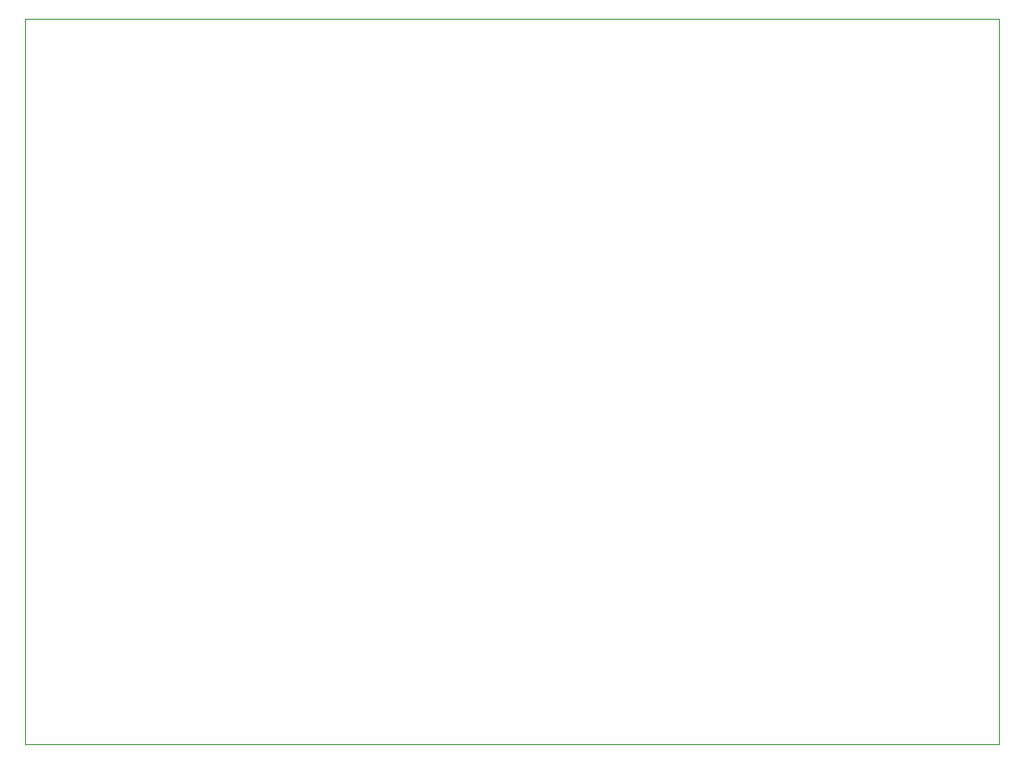
<source format=gbr>
%TF.GenerationSoftware,KiCad,Pcbnew,7.0.7*%
%TF.CreationDate,2023-09-06T20:36:42+03:00*%
%TF.ProjectId,apollo,61706f6c-6c6f-42e6-9b69-6361645f7063,rev?*%
%TF.SameCoordinates,Original*%
%TF.FileFunction,Profile,NP*%
%FSLAX46Y46*%
G04 Gerber Fmt 4.6, Leading zero omitted, Abs format (unit mm)*
G04 Created by KiCad (PCBNEW 7.0.7) date 2023-09-06 20:36:42*
%MOMM*%
%LPD*%
G01*
G04 APERTURE LIST*
%TA.AperFunction,Profile*%
%ADD10C,0.100000*%
%TD*%
G04 APERTURE END LIST*
D10*
X118745000Y-60960000D02*
X210820000Y-60960000D01*
X210820000Y-129540000D01*
X118745000Y-129540000D01*
X118745000Y-60960000D01*
M02*

</source>
